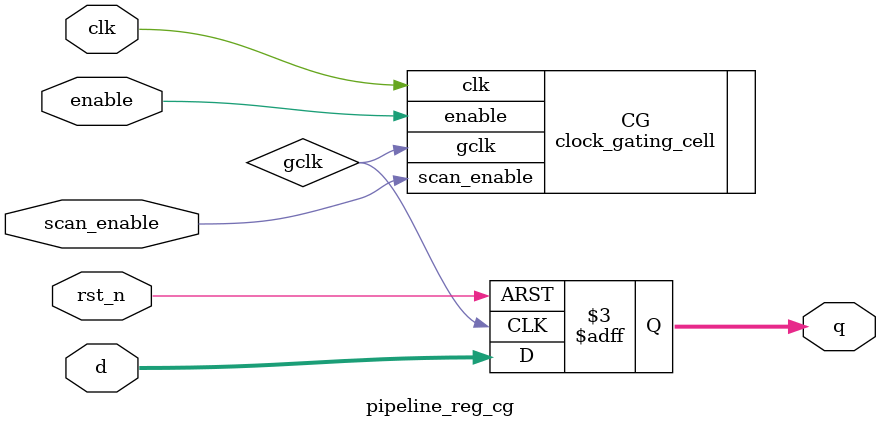
<source format=sv>
module pipeline_reg_cg #(
    parameter WIDTH = 16
)(
    input  logic             clk,
    input  logic             rst_n,
    input  logic             enable,
    input  logic             scan_enable,    // NEW: pass-through scan enable
    input  logic [WIDTH-1:0] d,
    output logic [WIDTH-1:0] q
);
    logic gclk;

    // Pass scan_enable to clock gating cell so test mode can force clocks on for scan shifting
    clock_gating_cell CG (
        .clk(clk),
        .enable(enable),
        .scan_enable(scan_enable),
        .gclk(gclk)
    );

    always_ff @(posedge gclk or negedge rst_n) begin
        if (!rst_n)
            q <= '0;
        else
            q <= d;
    end
endmodule
</source>
